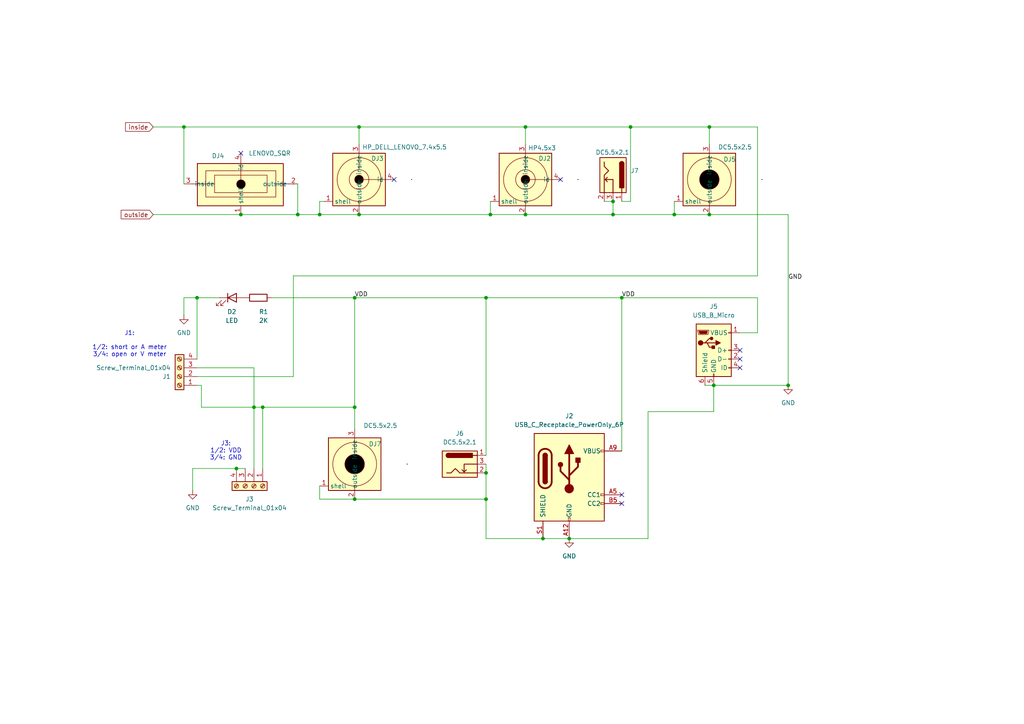
<source format=kicad_sch>
(kicad_sch (version 20231120) (generator "eeschema") (generator_version "8.0")
  (paper "A4")
  (lib_symbols
    (symbol "Connector:Barrel_Jack_Switch" (pin_names hide)
      (property "Reference" "J" (at 0 5.334 0))
      (property "Value" "Barrel_Jack_Switch" (at 0 -5.08 0))
      (symbol "Barrel_Jack_Switch_0_1"
        (rectangle (start -5.08 3.81) (end 5.08 -3.81) (stroke (width 0.254)) (fill (type background)))
        (arc (start -3.302 3.175) (mid -3.9343 2.54) (end -3.302 1.905) (stroke (width 0.254)))
        (arc (start -3.302 3.175) (mid -3.9343 2.54) (end -3.302 1.905) (stroke (width 0.254)) (fill (type outline)))
        (polyline (pts (xy 1.27 -2.286) (xy 1.905 -1.651)) (stroke (width 0.254)))
        (polyline (pts (xy 5.08 2.54) (xy 3.81 2.54)) (stroke (width 0.254)))
        (polyline (pts (xy 5.08 0) (xy 1.27 0) (xy 1.27 -2.286) (xy 0.635 -1.651)) (stroke (width 0.254)))
        (polyline (pts (xy -3.81 -2.54) (xy -2.54 -2.54) (xy -1.27 -1.27) (xy 0 -2.54) (xy 2.54 -2.54) (xy 5.08 -2.54)) (stroke (width 0.254)))
        (rectangle (start 3.683 3.175) (end -3.302 1.905) (stroke (width 0.254)) (fill (type outline)))
      )
      (symbol "Barrel_Jack_Switch_1_1"
        (pin passive line (at 7.62 2.54 180) (length 2.54) (name "~") (number "1"))
        (pin passive line (at 7.62 -2.54 180) (length 2.54) (name "~") (number "2"))
        (pin passive line (at 7.62 0 180) (length 2.54) (name "~") (number "3"))
      )
    )
    (symbol "Connector:Screw_Terminal_01x04" (pin_names (offset 1.016) hide)
      (property "Reference" "J" (at 0 5.08 0))
      (property "Value" "Screw_Terminal_01x04" (at 0 -7.62 0))
      (symbol "Screw_Terminal_01x04_1_1"
        (rectangle (start -1.27 3.81) (end 1.27 -6.35) (stroke (width 0.254)) (fill (type background)))
        (circle (center 0 -5.08) (radius 0.635) (stroke (width 0.1524)))
        (circle (center 0 -2.54) (radius 0.635) (stroke (width 0.1524)))
        (polyline (pts (xy -0.5334 -4.7498) (xy 0.3302 -5.588)) (stroke (width 0.1524)))
        (polyline (pts (xy -0.5334 -2.2098) (xy 0.3302 -3.048)) (stroke (width 0.1524)))
        (polyline (pts (xy -0.5334 0.3302) (xy 0.3302 -0.508)) (stroke (width 0.1524)))
        (polyline (pts (xy -0.5334 2.8702) (xy 0.3302 2.032)) (stroke (width 0.1524)))
        (polyline (pts (xy -0.3556 -4.572) (xy 0.508 -5.4102)) (stroke (width 0.1524)))
        (polyline (pts (xy -0.3556 -2.032) (xy 0.508 -2.8702)) (stroke (width 0.1524)))
        (polyline (pts (xy -0.3556 0.508) (xy 0.508 -0.3302)) (stroke (width 0.1524)))
        (polyline (pts (xy -0.3556 3.048) (xy 0.508 2.2098)) (stroke (width 0.1524)))
        (circle (center 0 0) (radius 0.635) (stroke (width 0.1524)))
        (circle (center 0 2.54) (radius 0.635) (stroke (width 0.1524)))
        (pin passive line (at -5.08 2.54 0) (length 3.81) (name "Pin_1") (number "1"))
        (pin passive line (at -5.08 0 0) (length 3.81) (name "Pin_2") (number "2"))
        (pin passive line (at -5.08 -2.54 0) (length 3.81) (name "Pin_3") (number "3"))
        (pin passive line (at -5.08 -5.08 0) (length 3.81) (name "Pin_4") (number "4"))
      )
    )
    (symbol "Connector:USB_B_Micro" (pin_names (offset 1.016))
      (property "Reference" "J" (at -5.08 11.43 0))
      (property "Value" "USB_B_Micro" (at -5.08 8.89 0))
      (symbol "USB_B_Micro_0_1"
        (rectangle (start -5.08 -7.62) (end 5.08 7.62) (stroke (width 0.254)) (fill (type background)))
        (circle (center -3.81 2.159) (radius 0.635) (stroke (width 0.254)) (fill (type outline)))
        (circle (center -0.635 3.429) (radius 0.381) (stroke (width 0.254)) (fill (type outline)))
        (rectangle (start -0.127 -7.62) (end 0.127 -6.858))
        (polyline (pts (xy -1.905 2.159) (xy 0.635 2.159)) (stroke (width 0.254)))
        (polyline (pts (xy -3.175 2.159) (xy -2.54 2.159) (xy -1.27 3.429) (xy -0.635 3.429)) (stroke (width 0.254)))
        (polyline (pts (xy -2.54 2.159) (xy -1.905 2.159) (xy -1.27 0.889) (xy 0 0.889)) (stroke (width 0.254)))
        (polyline (pts (xy 0.635 2.794) (xy 0.635 1.524) (xy 1.905 2.159) (xy 0.635 2.794)) (stroke (width 0.254)) (fill (type outline)))
        (polyline (pts (xy -4.318 5.588) (xy -1.778 5.588) (xy -2.032 4.826) (xy -4.064 4.826) (xy -4.318 5.588)) (fill (type outline)))
        (polyline (pts (xy -4.699 5.842) (xy -4.699 5.588) (xy -4.445 4.826) (xy -4.445 4.572) (xy -1.651 4.572) (xy -1.651 4.826) (xy -1.397 5.588) (xy -1.397 5.842) (xy -4.699 5.842)))
        (rectangle (start 0.254 1.27) (end -0.508 0.508) (stroke (width 0.254)) (fill (type outline)))
        (rectangle (start 5.08 -5.207) (end 4.318 -4.953))
        (rectangle (start 5.08 -2.667) (end 4.318 -2.413))
        (rectangle (start 5.08 -0.127) (end 4.318 0.127))
        (rectangle (start 5.08 4.953) (end 4.318 5.207))
      )
      (symbol "USB_B_Micro_1_1"
        (pin power_out line (at 7.62 5.08 180) (length 2.54) (name "VBUS") (number "1"))
        (pin bidirectional line (at 7.62 -2.54 180) (length 2.54) (name "D-") (number "2"))
        (pin bidirectional line (at 7.62 0 180) (length 2.54) (name "D+") (number "3"))
        (pin passive line (at 7.62 -5.08 180) (length 2.54) (name "ID") (number "4"))
        (pin power_out line (at 0 -10.16 90) (length 2.54) (name "GND") (number "5"))
        (pin passive line (at -2.54 -10.16 90) (length 2.54) (name "Shield") (number "6"))
      )
    )
    (symbol "Connector:USB_C_Receptacle_PowerOnly_6P" (pin_names (offset 1.016))
      (property "Reference" "J" (at 0 16.51 0))
      (property "Value" "USB_C_Receptacle_PowerOnly_6P" (at 0 13.97 0))
      (symbol "USB_C_Receptacle_PowerOnly_6P_0_0"
        (rectangle (start -0.254 -12.7) (end 0.254 -11.684))
        (rectangle (start 10.16 -7.366) (end 9.144 -7.874))
        (rectangle (start 10.16 -4.826) (end 9.144 -5.334))
        (rectangle (start 10.16 7.874) (end 9.144 7.366))
      )
      (symbol "USB_C_Receptacle_PowerOnly_6P_0_1"
        (rectangle (start -10.16 12.7) (end 10.16 -12.7) (stroke (width 0.254)) (fill (type background)))
        (arc (start -8.89 -1.27) (mid -6.985 -3.1667) (end -5.08 -1.27) (stroke (width 0.508)))
        (arc (start -7.62 -1.27) (mid -6.985 -1.9023) (end -6.35 -1.27) (stroke (width 0.254)))
        (arc (start -7.62 -1.27) (mid -6.985 -1.9023) (end -6.35 -1.27) (stroke (width 0.254)) (fill (type outline)))
        (rectangle (start -7.62 -1.27) (end -6.35 6.35) (stroke (width 0.254)) (fill (type outline)))
        (arc (start -6.35 6.35) (mid -6.985 6.9823) (end -7.62 6.35) (stroke (width 0.254)))
        (arc (start -6.35 6.35) (mid -6.985 6.9823) (end -7.62 6.35) (stroke (width 0.254)) (fill (type outline)))
        (arc (start -5.08 6.35) (mid -6.985 8.2467) (end -8.89 6.35) (stroke (width 0.508)))
        (circle (center -2.54 3.683) (radius 0.635) (stroke (width 0.254)) (fill (type outline)))
        (circle (center 0 -3.302) (radius 1.27) (fill (type outline)))
        (polyline (pts (xy -8.89 -1.27) (xy -8.89 6.35)) (stroke (width 0.508)))
        (polyline (pts (xy -5.08 6.35) (xy -5.08 -1.27)) (stroke (width 0.508)))
        (polyline (pts (xy 0 -3.302) (xy 0 6.858)) (stroke (width 0.508)))
        (polyline (pts (xy 0 -0.762) (xy -2.54 1.778) (xy -2.54 3.048)) (stroke (width 0.508)))
        (polyline (pts (xy 0 0.508) (xy 2.54 3.048) (xy 2.54 4.318)) (stroke (width 0.508)))
        (polyline (pts (xy -1.27 6.858) (xy 0 9.398) (xy 1.27 6.858) (xy -1.27 6.858)) (stroke (width 0.254)) (fill (type outline)))
        (rectangle (start 1.905 4.318) (end 3.175 5.588) (stroke (width 0.254)) (fill (type outline)))
      )
      (symbol "USB_C_Receptacle_PowerOnly_6P_1_1"
        (pin passive line (at 0 -17.78 90) (length 5.08) (name "GND") (number "A12"))
        (pin bidirectional line (at 15.24 -5.08 180) (length 5.08) (name "CC1") (number "A5"))
        (pin passive line (at 15.24 7.62 180) (length 5.08) (name "VBUS") (number "A9"))
        (pin passive line (at 0 -17.78 90) (length 5.08) hide (name "GND") (number "B12"))
        (pin bidirectional line (at 15.24 -7.62 180) (length 5.08) (name "CC2") (number "B5"))
        (pin passive line (at 15.24 7.62 180) (length 5.08) hide (name "VBUS") (number "B9"))
        (pin passive line (at -7.62 -17.78 90) (length 5.08) (name "SHIELD") (number "S1"))
      )
    )
    (symbol "Device:LED" (pin_numbers hide) (pin_names (offset 1.016) hide)
      (property "Reference" "D" (at 0 2.54 0))
      (property "Value" "LED" (at 0 -2.54 0))
      (symbol "LED_0_1"
        (polyline (pts (xy -1.27 -1.27) (xy -1.27 1.27)) (stroke (width 0.254)))
        (polyline (pts (xy -1.27 0) (xy 1.27 0)))
        (polyline (pts (xy 1.27 -1.27) (xy 1.27 1.27) (xy -1.27 0) (xy 1.27 -1.27)) (stroke (width 0.254)))
        (polyline (pts (xy -3.048 -0.762) (xy -4.572 -2.286) (xy -3.81 -2.286) (xy -4.572 -2.286) (xy -4.572 -1.524)))
        (polyline (pts (xy -1.778 -0.762) (xy -3.302 -2.286) (xy -2.54 -2.286) (xy -3.302 -2.286) (xy -3.302 -1.524)))
      )
      (symbol "LED_1_1"
        (pin passive line (at -3.81 0 0) (length 2.54) (name "K") (number "1"))
        (pin passive line (at 3.81 0 180) (length 2.54) (name "A") (number "2"))
      )
    )
    (symbol "Device:R" (pin_numbers hide) (pin_names (offset 0))
      (property "Reference" "R" (at 2.032 0 90))
      (property "Value" "R" (at 0 0 90))
      (symbol "R_0_1"
        (rectangle (start -1.016 -2.54) (end 1.016 2.54) (stroke (width 0.254)))
      )
      (symbol "R_1_1"
        (pin passive line (at 0 3.81 270) (length 1.27) (name "~") (number "1"))
        (pin passive line (at 0 -3.81 90) (length 1.27) (name "~") (number "2"))
      )
    )
    (symbol "mylib:general_dc5.5x2.5_female"
      (property "Reference" "DJ" (at 3.81 10.16 0))
      (symbol "general_dc5.5x2.5_female_0_1"
        (rectangle (start -7.62 7.62) (end 7.62 -7.62) (stroke (width 0.254)) (fill (type background)))
        (circle (center 15.24 0) (radius 0.0001))
      )
      (symbol "general_dc5.5x2.5_female_1_1"
        (polyline (pts (xy 0 -7.62) (xy 0 -6.35)))
        (polyline (pts (xy 0 7.62) (xy 0 2.8792)))
        (circle (center 0 0) (radius 2.8398) (fill (type color) (color 0 0 0 1)))
        (circle (center 0 0) (radius 6.35))
        (pin passive line (at -10.16 -6.35 0) (length 2.54) (name "shell") (number "1"))
        (pin passive line (at 0 -10.16 90) (length 2.54) (name "outside") (number "2"))
        (pin passive line (at 0 10.16 270) (length 2.54) (name "inside") (number "3"))
      )
    )
    (symbol "mylib:hp_4.5x3mm"
      (property "Reference" "DJ" (at -5.842 2.54 0))
      (symbol "hp_4.5x3mm_0_1"
        (rectangle (start -7.62 3.81) (end 7.62 -11.43) (stroke (width 0.254)) (fill (type background)))
        (circle (center 0 -3.81) (radius 2.8398))
        (circle (center 15.24 -3.81) (radius 0.0001))
      )
      (symbol "hp_4.5x3mm_1_1"
        (circle (center 0 -3.81) (radius 1.27) (fill (type color) (color 0 0 0 1)))
        (circle (center 0 -3.81) (radius 6.35))
        (polyline (pts (xy 0 -11.43) (xy 0 -10.16)))
        (polyline (pts (xy 0 3.81) (xy 0 -0.9308)))
        (polyline (pts (xy 7.62 -3.81) (xy 0 -3.81)))
        (pin passive line (at -10.16 -10.16 0) (length 2.54) (name "shell") (number "1"))
        (pin passive line (at 0 -13.97 90) (length 2.54) (name "outside") (number "2"))
        (pin passive line (at 0 6.35 270) (length 2.54) (name "inside") (number "3"))
        (pin passive line (at 10.16 -3.81 180) (length 2.54) (name "id") (number "4"))
      )
    )
    (symbol "mylib:hp_dell_7.5x5.5mm_female"
      (property "Reference" "DJ" (at -0.508 17.018 0))
      (symbol "hp_dell_7.5x5.5mm_female_0_1"
        (rectangle (start -7.62 7.62) (end 7.62 -7.62) (stroke (width 0.254)) (fill (type background)))
        (circle (center 0 0) (radius 2.8398))
        (circle (center 15.24 0) (radius 0.0001))
      )
      (symbol "hp_dell_7.5x5.5mm_female_1_1"
        (polyline (pts (xy 0 -7.62) (xy 0 -6.35)))
        (polyline (pts (xy 0 7.62) (xy 0 2.8792)))
        (polyline (pts (xy 7.62 0) (xy 0 0)))
        (circle (center 0 0) (radius 1.27) (fill (type color) (color 0 0 0 1)))
        (circle (center 0 0) (radius 6.35))
        (pin passive line (at -10.16 -6.35 0) (length 2.54) (name "shell") (number "1"))
        (pin passive line (at 0 -10.16 90) (length 2.54) (name "outside") (number "2"))
        (pin passive line (at 0 10.16 270) (length 2.54) (name "inside") (number "3"))
        (pin passive line (at 10.16 0 180) (length 2.54) (name "id") (number "4"))
      )
    )
    (symbol "mylib:lenovo_square_dc"
      (property "Reference" "DJ" (at -4.826 8.636 0))
      (symbol "lenovo_square_dc_0_1"
        (rectangle (start -12.6109 5.8893) (end 12.3124 -6.35) (stroke (width 0.254)) (fill (type background)))
        (rectangle (start -10.16 3.81) (end 10.16 -3.81))
        (rectangle (start -7.62 2.54) (end 7.62 -2.54))
        (polyline (pts (xy -13.97 0) (xy -7.62 0)))
        (polyline (pts (xy 0 6.35) (xy 0 1.27)))
        (polyline (pts (xy 13.97 0) (xy 10.16 0)))
        (circle (center 15.24 0) (radius 0.0001))
      )
      (symbol "lenovo_square_dc_1_1"
        (circle (center 0.0427 -0.0853) (radius 1.27) (fill (type color) (color 0 0 0 1)))
        (pin passive line (at 0 -8.89 90) (length 2.54) (name "shell") (number "1"))
        (pin passive line (at 16.51 0 180) (length 2.54) (name "outside") (number "2"))
        (pin passive line (at -16.51 0 0) (length 2.54) (name "inside") (number "3"))
        (pin passive line (at 0 8.89 270) (length 2.54) (name "id") (number "4"))
      )
    )
    (symbol "power:GND" (power) (pin_numbers hide) (pin_names (offset 0) hide)
      (property "Value" "GND" (at 0 -3.81 0))
      (symbol "GND_0_1"
        (polyline (pts (xy 0 0) (xy 0 -1.27) (xy 1.27 -1.27) (xy 0 -2.54) (xy -1.27 -1.27) (xy 0 -1.27)))
      )
      (symbol "GND_1_1"
        (pin power_in line (at 0 0 270) (length 0) (name "~") (number "1"))
      )
    )
  )
  (junction (at 86.36 62.23))
  (junction (at 69.85 62.23))
  (junction (at 152.4 62.23))
  (junction (at 195.58 62.23))
  (junction (at 104.14 36.83))
  (junction (at 53.34 36.83))
  (junction (at 102.87 118.11))
  (junction (at 68.58 135.89))
  (junction (at 104.14 62.23))
  (junction (at 140.97 144.78))
  (junction (at 182.88 36.83))
  (junction (at 76.2 118.11))
  (junction (at 140.97 86.36))
  (junction (at 177.8 58.42))
  (junction (at 57.15 86.36))
  (junction (at 73.66 118.11))
  (junction (at 152.4 36.83))
  (junction (at 165.1 156.21))
  (junction (at 205.74 36.83))
  (junction (at 205.74 62.23))
  (junction (at 180.34 86.36))
  (junction (at 157.48 156.21))
  (junction (at 102.87 86.36))
  (junction (at 177.8 62.23))
  (junction (at 92.71 62.23))
  (junction (at 140.97 137.16))
  (junction (at 102.87 144.78))
  (junction (at 142.24 62.23))
  (junction (at 207.01 111.76))
  (junction (at 228.6 111.76))
  (no_connect (at 214.63 101.6))
  (no_connect (at 214.63 106.68))
  (no_connect (at 180.34 146.05))
  (no_connect (at 162.56 52.07))
  (no_connect (at 214.63 104.14))
  (no_connect (at 180.34 143.51))
  (no_connect (at 114.3 52.07))
  (no_connect (at 69.85 44.45))
  (wire (pts (xy 219.71 96.52) (xy 214.63 96.52)))
  (wire (pts (xy 152.4 36.83) (xy 152.4 41.91)))
  (wire (pts (xy 140.97 86.36) (xy 140.97 132.08)))
  (wire (pts (xy 177.8 62.23) (xy 195.58 62.23)))
  (wire (pts (xy 57.15 111.76) (xy 58.42 111.76)))
  (wire (pts (xy 187.96 119.38) (xy 207.01 119.38)))
  (wire (pts (xy 140.97 156.21) (xy 157.48 156.21)))
  (wire (pts (xy 85.09 109.22) (xy 57.15 109.22)))
  (wire (pts (xy 92.71 144.78) (xy 102.87 144.78)))
  (wire (pts (xy 92.71 140.97) (xy 92.71 144.78)))
  (wire (pts (xy 205.74 36.83) (xy 219.71 36.83)))
  (wire (pts (xy 195.58 62.23) (xy 205.74 62.23)))
  (wire (pts (xy 78.74 86.36) (xy 102.87 86.36)))
  (wire (pts (xy 53.34 36.83) (xy 53.34 53.34)))
  (wire (pts (xy 228.6 62.23) (xy 228.6 111.76)))
  (wire (pts (xy 157.48 156.21) (xy 165.1 156.21)))
  (wire (pts (xy 57.15 86.36) (xy 63.5 86.36)))
  (wire (pts (xy 219.71 36.83) (xy 219.71 80.01)))
  (wire (pts (xy 68.58 135.89) (xy 71.12 135.89)))
  (wire (pts (xy 142.24 62.23) (xy 152.4 62.23)))
  (wire (pts (xy 92.71 58.42) (xy 92.71 62.23)))
  (wire (pts (xy 102.87 144.78) (xy 140.97 144.78)))
  (wire (pts (xy 86.36 62.23) (xy 92.71 62.23)))
  (wire (pts (xy 85.09 80.01) (xy 85.09 109.22)))
  (wire (pts (xy 180.34 86.36) (xy 219.71 86.36)))
  (wire (pts (xy 228.6 111.76) (xy 207.01 111.76)))
  (wire (pts (xy 180.34 86.36) (xy 180.34 130.81)))
  (wire (pts (xy 57.15 106.68) (xy 73.66 106.68)))
  (wire (pts (xy 219.71 80.01) (xy 85.09 80.01)))
  (wire (pts (xy 177.8 58.42) (xy 177.8 62.23)))
  (wire (pts (xy 73.66 106.68) (xy 73.66 118.11)))
  (wire (pts (xy 205.74 36.83) (xy 205.74 41.91)))
  (wire (pts (xy 205.74 62.23) (xy 228.6 62.23)))
  (wire (pts (xy 204.47 111.76) (xy 207.01 111.76)))
  (wire (pts (xy 104.14 36.83) (xy 104.14 41.91)))
  (wire (pts (xy 73.66 118.11) (xy 73.66 135.89)))
  (wire (pts (xy 69.85 62.23) (xy 86.36 62.23)))
  (wire (pts (xy 92.71 58.42) (xy 93.98 58.42)))
  (wire (pts (xy 53.34 36.83) (xy 104.14 36.83)))
  (wire (pts (xy 140.97 144.78) (xy 140.97 156.21)))
  (wire (pts (xy 68.58 135.89) (xy 55.88 135.89)))
  (wire (pts (xy 86.36 53.34) (xy 86.36 62.23)))
  (wire (pts (xy 187.96 119.38) (xy 187.96 156.21)))
  (wire (pts (xy 140.97 144.78) (xy 140.97 137.16)))
  (wire (pts (xy 207.01 111.76) (xy 207.01 119.38)))
  (wire (pts (xy 102.87 124.46) (xy 102.87 118.11)))
  (wire (pts (xy 58.42 111.76) (xy 58.42 118.11)))
  (wire (pts (xy 219.71 86.36) (xy 219.71 96.52)))
  (wire (pts (xy 152.4 36.83) (xy 182.88 36.83)))
  (wire (pts (xy 182.88 36.83) (xy 205.74 36.83)))
  (wire (pts (xy 102.87 118.11) (xy 102.87 86.36)))
  (wire (pts (xy 76.2 135.89) (xy 76.2 118.11)))
  (wire (pts (xy 195.58 58.42) (xy 195.58 62.23)))
  (wire (pts (xy 53.34 86.36) (xy 53.34 91.44)))
  (wire (pts (xy 152.4 62.23) (xy 177.8 62.23)))
  (wire (pts (xy 180.34 86.36) (xy 140.97 86.36)))
  (wire (pts (xy 142.24 58.42) (xy 142.24 62.23)))
  (wire (pts (xy 104.14 62.23) (xy 142.24 62.23)))
  (wire (pts (xy 58.42 118.11) (xy 73.66 118.11)))
  (wire (pts (xy 182.88 36.83) (xy 182.88 58.42)))
  (wire (pts (xy 175.26 58.42) (xy 177.8 58.42)))
  (wire (pts (xy 180.34 58.42) (xy 182.88 58.42)))
  (wire (pts (xy 55.88 135.89) (xy 55.88 142.24)))
  (wire (pts (xy 53.34 86.36) (xy 57.15 86.36)))
  (wire (pts (xy 187.96 156.21) (xy 165.1 156.21)))
  (wire (pts (xy 76.2 118.11) (xy 102.87 118.11)))
  (wire (pts (xy 104.14 36.83) (xy 152.4 36.83)))
  (wire (pts (xy 44.45 36.83) (xy 53.34 36.83)))
  (wire (pts (xy 44.45 62.23) (xy 69.85 62.23)))
  (wire (pts (xy 92.71 62.23) (xy 104.14 62.23)))
  (wire (pts (xy 102.87 86.36) (xy 140.97 86.36)))
  (wire (pts (xy 140.97 134.62) (xy 140.97 137.16)))
  (wire (pts (xy 76.2 118.11) (xy 73.66 118.11)))
  (wire (pts (xy 57.15 86.36) (xy 57.15 104.14)))
  (text "J3:\n1/2: VDD\n3/4: GND" (at 65.532 130.81 0) (effects (font (size 1.27 1.27))))
  (text "J1:\n\n1/2: short or A meter\n3/4: open or V meter" (at 37.592 99.822 0) (effects (font (size 1.27 1.27))))
  (label "VDD" (at 180.34 86.36 0))
  (label "GND" (at 228.6 81.28 0))
  (label "VDD" (at 102.87 86.36 0))
  (global_label "inside" (shape input) (at 44.45 36.83 180) (property "Intersheetrefs" "${INTERSHEET_REFS}" (effects (hide yes))))
  (global_label "outside" (shape input) (at 44.45 62.23 180) (property "Intersheetrefs" "${INTERSHEET_REFS}" (effects (hide yes))))
  (symbol (lib_id "Device:R") (at 74.93 86.36 90) (unit 1)
    (property "Reference" "R1" (at 76.454 90.424 90))
    (property "Value" "2K" (at 76.454 92.964 90))
    (property "Footprint" "Resistor_THT:R_Axial_DIN0207_L6.3mm_D2.5mm_P10.16mm_Horizontal" (effects (hide yes)))
    (property "Description" "Resistor" (effects (hide yes)))
  )
  (symbol (lib_id "power:GND") (at 55.88 142.24 0) (unit 1)
    (property "Reference" "#PWR04" (effects (hide yes)))
    (property "Value" "GND" (at 55.88 147.32 0))
    (property "Description" "Power symbol creates a global label with name \"GND\" , ground" (effects (hide yes)))
  )
  (symbol (lib_id "Connector:USB_B_Micro") (at 207.01 101.6 0) (unit 1)
    (property "Reference" "J5" (at 207.01 88.9 0))
    (property "Value" "USB_B_Micro" (at 207.01 91.44 0))
    (property "Footprint" "mypretties:USB_Micro-B_flat_horizon" (effects (hide yes)))
    (property "Description" "USB Micro Type B connector" (effects (hide yes)))
  )
  (symbol (lib_id "mylib:hp_dell_7.5x5.5mm_female") (at 104.14 52.07 0) (unit 1)
    (property "Reference" "DJ3" (at 109.474 45.974 0))
    (property "Value" "HP_DELL_LENOVO_7.4x5.5" (at 117.348 42.672 0))
    (property "Footprint" "mypretties:lenovo_hp_dell_7.4x5mm_dc" (effects (hide yes)))
  )
  (symbol (lib_id "mylib:hp_4.5x3mm") (at 152.4 48.26 0) (unit 1)
    (property "Reference" "DJ2" (at 157.988 45.974 0))
    (property "Value" "HP4.5x3" (at 157.226 42.926 0))
    (property "Footprint" "mypretties:hp_4.5x3.0mm_dc" (effects (hide yes)))
  )
  (symbol (lib_id "Connector:USB_C_Receptacle_PowerOnly_6P") (at 165.1 138.43 0) (unit 1)
    (property "Reference" "J2" (at 165.1 120.65 0))
    (property "Value" "USB_C_Receptacle_PowerOnly_6P" (at 165.1 123.19 0))
    (property "Footprint" "mypretties:USB_C_Receptacle_GCT_USB4125-xx-x-0190_6P_TopMnt_Horizontal" (effects (hide yes)))
    (property "Datasheet" "https://www.usb.org/sites/default/files/documents/usb_type-c.zip" (effects (hide yes)))
    (property "Description" "USB Power-Only 6P Type-C Receptacle connector" (effects (hide yes)))
  )
  (symbol (lib_id "Connector:Barrel_Jack_Switch") (at 177.8 50.8 270) (unit 1)
    (property "Reference" "J7" (at 182.88 49.5299 90) (effects (justify left)))
    (property "Value" "DC5.5x2.1" (at 172.72 44.196 90) (effects (justify left)))
    (property "Footprint" "mypretties:BarrelJack_Horizontal" (effects (hide yes)))
    (property "Description" "DC Barrel Jack with an internal switch" (effects (hide yes)))
  )
  (symbol (lib_id "Connector:Barrel_Jack_Switch") (at 133.35 134.62 0) (unit 1)
    (property "Reference" "J6" (at 133.35 125.73 0))
    (property "Value" "DC5.5x2.1" (at 133.35 128.27 0))
    (property "Footprint" "mypretties:BarrelJack_Horizontal" (effects (hide yes)))
    (property "Description" "DC Barrel Jack with an internal switch" (effects (hide yes)))
  )
  (symbol (lib_id "Device:LED") (at 67.31 86.36 0) (unit 1)
    (property "Reference" "D2" (at 67.2465 90.424 0))
    (property "Value" "LED" (at 67.2465 92.964 0))
    (property "Footprint" "LED_THT:LED_D5.0mm" (effects (hide yes)))
    (property "Description" "Light emitting diode" (effects (hide yes)))
  )
  (symbol (lib_id "power:GND") (at 53.34 91.44 0) (unit 1)
    (property "Reference" "#PWR02" (effects (hide yes)))
    (property "Value" "GND" (at 53.34 96.52 0))
    (property "Description" "Power symbol creates a global label with name \"GND\" , ground" (effects (hide yes)))
  )
  (symbol (lib_id "mylib:lenovo_square_dc") (at 69.85 53.34 0) (unit 1)
    (property "Reference" "DJ4" (at 63.246 45.212 0))
    (property "Value" "LENOVO_SQR" (at 78.232 44.45 0))
    (property "Footprint" "mypretties:lenovo_square_dc" (effects (hide yes)))
  )
  (symbol (lib_id "Connector:Screw_Terminal_01x04") (at 73.66 140.97 270) (unit 1)
    (property "Reference" "J3" (at 72.39 144.78 90))
    (property "Value" "Screw_Terminal_01x04" (at 72.39 147.32 90))
    (property "Footprint" "mypretties:screw762" (effects (hide yes)))
    (property "Description" "Generic screw terminal, single row, 01x04, script generated (kicad-library-utils/schlib/autogen/connector/)" (effects (hide yes)))
  )
  (symbol (lib_id "power:GND") (at 165.1 156.21 0) (unit 1)
    (property "Reference" "#PWR03" (effects (hide yes)))
    (property "Value" "GND" (at 165.1 161.29 0))
    (property "Description" "Power symbol creates a global label with name \"GND\" , ground" (effects (hide yes)))
  )
  (symbol (lib_id "Connector:Screw_Terminal_01x04") (at 52.07 109.22 180) (unit 1)
    (property "Reference" "J1" (at 49.53 109.2201 0) (effects (justify left)))
    (property "Value" "Screw_Terminal_01x04" (at 49.53 106.6801 0) (effects (justify left)))
    (property "Footprint" "mypretties:screw762" (effects (hide yes)))
    (property "Description" "Generic screw terminal, single row, 01x04, script generated (kicad-library-utils/schlib/autogen/connector/)" (effects (hide yes)))
  )
  (symbol (lib_id "power:GND") (at 228.6 111.76 0) (unit 1)
    (property "Reference" "#PWR01" (effects (hide yes)))
    (property "Value" "GND" (at 228.6 116.84 0))
    (property "Description" "Power symbol creates a global label with name \"GND\" , ground" (effects (hide yes)))
  )
  (symbol (lib_id "mylib:general_dc5.5x2.5_female") (at 102.87 134.62 0) (unit 1)
    (property "Reference" "DJ7" (at 106.934 128.778 0) (effects (justify left)))
    (property "Value" "DC5.5x2.5" (at 105.41 123.444 0) (effects (justify left)))
    (property "Footprint" "mypretties:general_5.5x2.5mm_dc" (effects (hide yes)))
  )
  (symbol (lib_id "mylib:general_dc5.5x2.5_female") (at 205.74 52.07 0) (unit 1)
    (property "Reference" "DJ5" (at 209.804 46.228 0) (effects (justify left)))
    (property "Value" "DC5.5x2.5" (at 208.28 42.672 0) (effects (justify left)))
    (property "Footprint" "mypretties:general_5.5x2.5mm_dc" (effects (hide yes)))
  )
)
</source>
